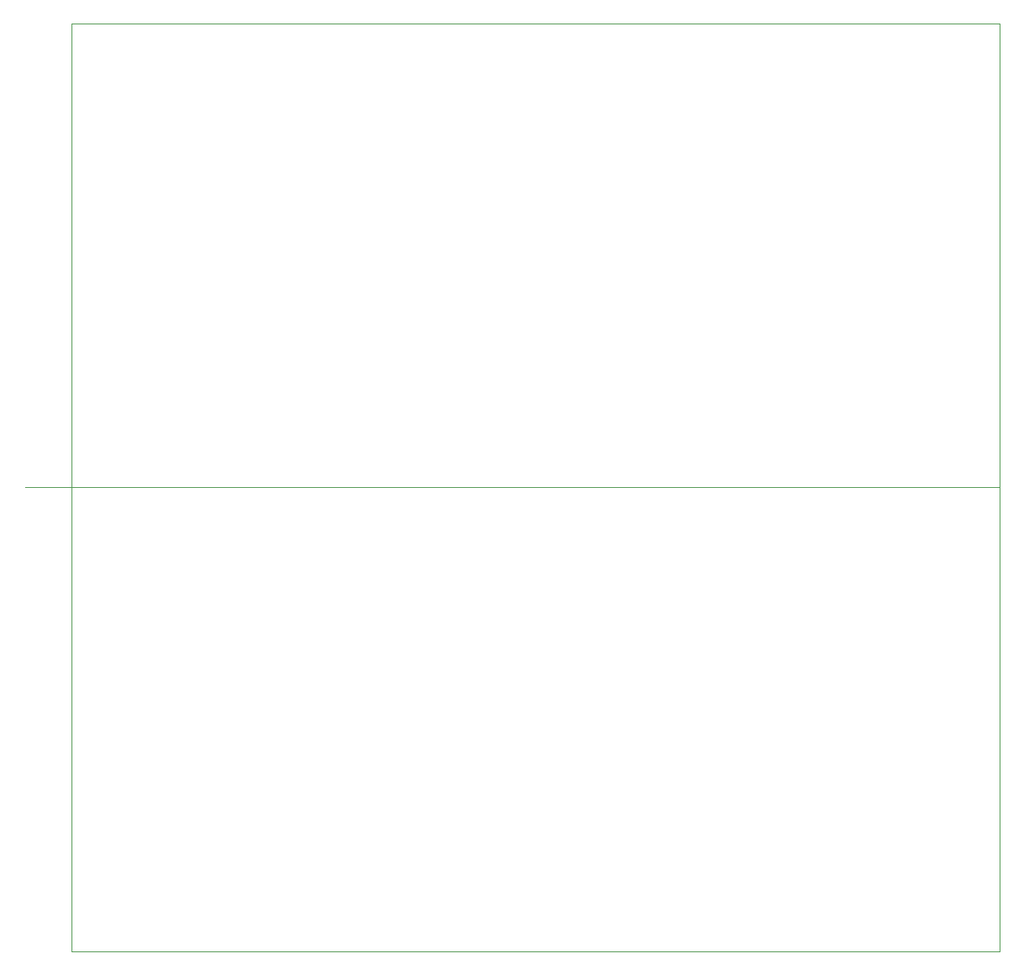
<source format=gbr>
G04 #@! TF.FileFunction,Profile,NP*
%FSLAX46Y46*%
G04 Gerber Fmt 4.6, Leading zero omitted, Abs format (unit mm)*
G04 Created by KiCad (PCBNEW 4.0.6) date 07/25/17 01:14:20*
%MOMM*%
%LPD*%
G01*
G04 APERTURE LIST*
%ADD10C,0.100000*%
G04 APERTURE END LIST*
D10*
X184530000Y-124850000D02*
X79530000Y-124850000D01*
X84530000Y-74850000D02*
X184530000Y-74850000D01*
X84530000Y-174850000D02*
X84530000Y-74850000D01*
X184530000Y-174850000D02*
X84530000Y-174850000D01*
X184530000Y-74850000D02*
X184530000Y-174850000D01*
M02*

</source>
